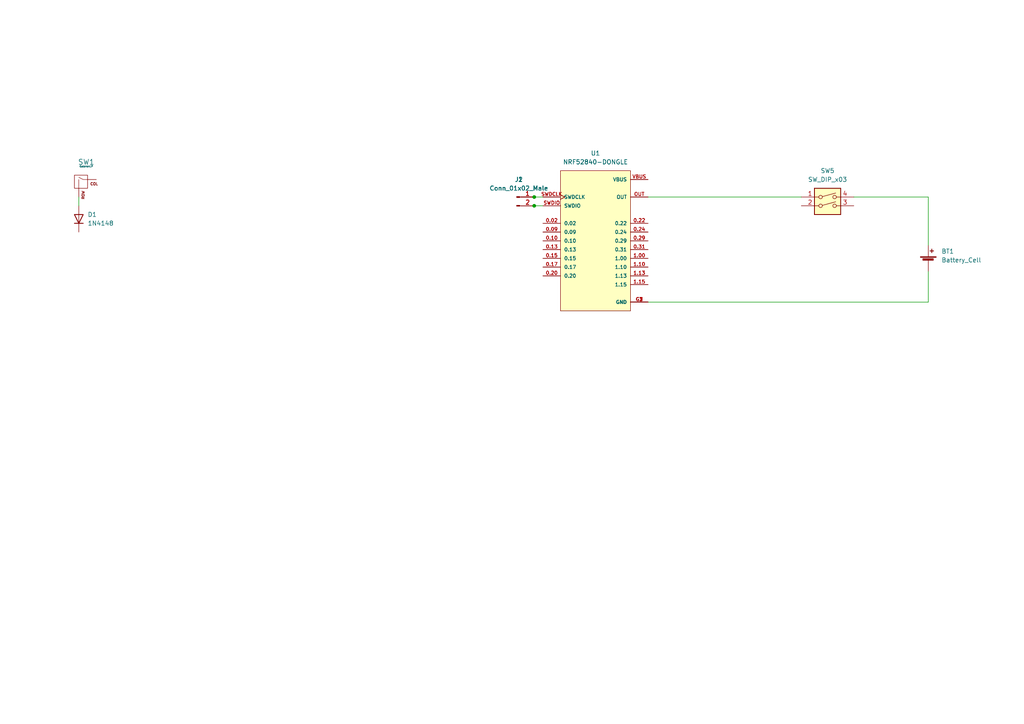
<source format=kicad_sch>
(kicad_sch (version 20211123) (generator eeschema)
  (paper "A4")
  (lib_symbols
    (symbol "Connector:Conn_01x02_Male" (pin_names (offset 1.016) hide)
      (property "Reference" "J" (at 0 2.54 0))
      (property "Value" "Conn_01x02_Male" (at 0 -5.08 0))
      (symbol "Conn_01x02_Male_1_1"
        (polyline (pts (xy 1.27 -2.54) (xy 0.8636 -2.54)) (stroke (width 0.1524)))
        (polyline (pts (xy 1.27 0) (xy 0.8636 0)) (stroke (width 0.1524)))
        (rectangle (start 0.8636 -2.413) (end 0 -2.667) (stroke (width 0.1524)) (fill (type outline)))
        (rectangle (start 0.8636 0.127) (end 0 -0.127) (stroke (width 0.1524)) (fill (type outline)))
        (pin passive line (at 5.08 0 180) (length 3.81) (name "Pin_1") (number "1"))
        (pin passive line (at 5.08 -2.54 180) (length 3.81) (name "Pin_2") (number "2"))
      )
    )
    (symbol "Device:Battery_Cell" (pin_numbers hide) (pin_names (offset 0) hide)
      (property "Reference" "BT" (at 2.54 2.54 0))
      (property "Value" "Battery_Cell" (at 2.54 0 0))
      (symbol "Battery_Cell_0_1"
        (rectangle (start -2.286 1.778) (end 2.286 1.524) (fill (type outline)))
        (rectangle (start -1.5748 1.1938) (end 1.4732 0.6858) (fill (type outline)))
        (polyline (pts (xy 0 0.762) (xy 0 0)))
        (polyline (pts (xy 0 1.778) (xy 0 2.54)))
        (polyline (pts (xy 0.508 3.429) (xy 1.524 3.429)) (stroke (width 0.254)))
        (polyline (pts (xy 1.016 3.937) (xy 1.016 2.921)) (stroke (width 0.254)))
      )
      (symbol "Battery_Cell_1_1"
        (pin passive line (at 0 5.08 270) (length 2.54) (name "+") (number "1"))
        (pin passive line (at 0 -2.54 90) (length 2.54) (name "-") (number "2"))
      )
    )
    (symbol "Diode:1N4148" (pin_numbers hide) (pin_names hide)
      (property "Reference" "D" (at 0 2.54 0))
      (property "Value" "1N4148" (at 0 -2.54 0))
      (symbol "1N4148_0_1"
        (polyline (pts (xy -1.27 1.27) (xy -1.27 -1.27)) (stroke (width 0.254)))
        (polyline (pts (xy 1.27 0) (xy -1.27 0)))
        (polyline (pts (xy 1.27 1.27) (xy 1.27 -1.27) (xy -1.27 0) (xy 1.27 1.27)) (stroke (width 0.254)))
      )
      (symbol "1N4148_1_1"
        (pin passive line (at -3.81 0 0) (length 2.54) (name "K") (number "1"))
        (pin passive line (at 3.81 0 180) (length 2.54) (name "A") (number "2"))
      )
    )
    (symbol "NRF52840-DONGLE:NRF52840-DONGLE" (pin_names (offset 1.016))
      (property "Reference" "U" (at -10.16 21.082 0))
      (property "Value" "NRF52840-DONGLE" (at -10.16 -22.86 0))
      (symbol "NRF52840-DONGLE_0_0"
        (rectangle (start -10.16 -20.32) (end 10.16 20.32) (stroke (width 0.1524)) (fill (type background)))
        (pin bidirectional line (at -15.24 5.08 0) (length 5.08) (name "0.02") (number "0.02"))
        (pin bidirectional line (at -15.24 2.54 0) (length 5.08) (name "0.09") (number "0.09"))
        (pin bidirectional line (at -15.24 0 0) (length 5.08) (name "0.10") (number "0.10"))
        (pin bidirectional line (at -15.24 -2.54 0) (length 5.08) (name "0.13") (number "0.13"))
        (pin bidirectional line (at -15.24 -5.08 0) (length 5.08) (name "0.15") (number "0.15"))
        (pin bidirectional line (at -15.24 -7.62 0) (length 5.08) (name "0.17") (number "0.17"))
        (pin bidirectional line (at -15.24 -10.16 0) (length 5.08) (name "0.20") (number "0.20"))
        (pin bidirectional line (at 15.24 5.08 180) (length 5.08) (name "0.22") (number "0.22"))
        (pin bidirectional line (at 15.24 2.54 180) (length 5.08) (name "0.24") (number "0.24"))
        (pin bidirectional line (at 15.24 0 180) (length 5.08) (name "0.29") (number "0.29"))
        (pin bidirectional line (at 15.24 -2.54 180) (length 5.08) (name "0.31") (number "0.31"))
        (pin bidirectional line (at 15.24 -5.08 180) (length 5.08) (name "1.00") (number "1.00"))
        (pin bidirectional line (at 15.24 -7.62 180) (length 5.08) (name "1.10") (number "1.10"))
        (pin bidirectional line (at 15.24 -10.16 180) (length 5.08) (name "1.13") (number "1.13"))
        (pin bidirectional line (at 15.24 -12.7 180) (length 5.08) (name "1.15") (number "1.15"))
        (pin power_in line (at 15.24 -17.78 180) (length 5.08) (name "GND") (number "G1"))
        (pin power_in line (at 15.24 -17.78 180) (length 5.08) (name "GND") (number "G2"))
        (pin power_in line (at 15.24 -17.78 180) (length 5.08) (name "GND") (number "G3"))
        (pin output line (at 15.24 12.7 180) (length 5.08) (name "OUT") (number "OUT"))
        (pin input clock (at -15.24 12.7 0) (length 5.08) (name "SWDCLK") (number "SWDCLK"))
        (pin bidirectional line (at -15.24 10.16 0) (length 5.08) (name "SWDIO") (number "SWDIO"))
        (pin power_in line (at 15.24 17.78 180) (length 5.08) (name "VBUS") (number "VBUS"))
      )
    )
    (symbol "Switch:SW_DIP_x02" (pin_names (offset 0) hide)
      (property "Reference" "SW" (at 0 6.35 0))
      (property "Value" "SW_DIP_x02" (at 0 -3.81 0))
      (symbol "SW_DIP_x02_0_0"
        (circle (center -2.032 0) (radius 0.508))
        (circle (center -2.032 2.54) (radius 0.508))
        (polyline (pts (xy -1.524 0.127) (xy 2.3622 1.1684)))
        (polyline (pts (xy -1.524 2.667) (xy 2.3622 3.7084)))
        (circle (center 2.032 0) (radius 0.508))
        (circle (center 2.032 2.54) (radius 0.508))
      )
      (symbol "SW_DIP_x02_0_1"
        (rectangle (start -3.81 5.08) (end 3.81 -2.54) (stroke (width 0.254)) (fill (type background)))
      )
      (symbol "SW_DIP_x02_1_1"
        (pin passive line (at -7.62 2.54 0) (length 5.08) (name "~") (number "1"))
        (pin passive line (at -7.62 0 0) (length 5.08) (name "~") (number "2"))
        (pin passive line (at 7.62 0 180) (length 5.08) (name "~") (number "3"))
        (pin passive line (at 7.62 2.54 180) (length 5.08) (name "~") (number "4"))
      )
    )
    (symbol "gateronLowProfile:GateronLP" (pin_names (offset 1.016))
      (property "Reference" "SW" (at -0.635 3.81 0))
      (property "Value" "GateronLP" (at -0.635 1.27 0))
      (symbol "GateronLP_0_0"
        (rectangle (start -2.54 2.54) (end 1.27 -1.27))
        (polyline (pts (xy -1.27 -1.27) (xy -1.27 1.27)) (stroke (width 0.127)))
        (polyline (pts (xy 1.27 1.27) (xy 0 1.27) (xy -1.27 1.905)) (stroke (width 0.127)))
        (text "COL" (at 3.175 0 0) (effects (font (size 0.762 0.762))))
        (text "ROW" (at 0 -1.905 900) (effects (font (size 0.762 0.762)) (justify right)))
      )
      (symbol "GateronLP_1_1"
        (pin passive line (at 3.81 1.27 180) (length 2.54) (name "COL") (number "1"))
        (pin passive line (at -1.27 -3.81 90) (length 2.54) (name "ROW") (number "2"))
      )
    )
  )
  (junction (at 154.94 59.69))
  (junction (at 154.94 57.15))
  (wire (pts (xy 269.24 57.15) (xy 269.24 71.12)))
  (wire (pts (xy 269.24 87.63) (xy 269.24 78.74)))
  (wire (pts (xy 154.94 57.15) (xy 157.48 57.15)))
  (wire (pts (xy 187.96 57.15) (xy 232.41 57.15)))
  (wire (pts (xy 154.94 59.69) (xy 157.48 59.69)))
  (wire (pts (xy 187.96 87.63) (xy 269.24 87.63)))
  (wire (pts (xy 22.86 57.15) (xy 22.86 59.69)))
  (wire (pts (xy 247.65 57.15) (xy 269.24 57.15)))
  (symbol (lib_id "Connector:Conn_01x02_Male") (at 149.86 57.15 0) (unit 1)
    (property "Reference" "J1" (at 150.495 52.07 0))
    (property "Value" "Conn_01x02_Male" (at 150.495 54.61 0))
    (property "Footprint" "Connector_PinHeader_2.54mm:PinHeader_1x02_P2.54mm_Vertical" (effects hide))
  )
  (symbol (lib_id "gateronLowProfile:GateronLP") (at 24.13 53.34 0) (unit 1)
    (property "Reference" "SW1" (at 25.0156 46.99 0) (effects (font (size 1.524 1.524))))
    (property "Value" "GateronLP" (at 25.0156 48.26 0) (effects (font (size 0.508 0.508))))
    (property "Footprint" "Button_Switch_Keyboard:SW_Cherry_MX_1.00u_PCB" (effects hide))
  )
  (symbol (lib_id "Device:Battery_Cell") (at 269.24 76.2 0) (unit 1)
    (property "Reference" "BT1" (at 273.05 72.8979 0) (effects (justify left)))
    (property "Value" "Battery_Cell" (at 273.05 75.4379 0) (effects (justify left)))
    (property "Footprint" "Battery:Battery_Panasonic_CR2032-VS1N_Vertical_CircularHoles" (effects hide))
  )
  (symbol (lib_id "Connector:Conn_01x02_Male") (at 149.86 57.15 0) (unit 1)
    (property "Reference" "J2" (at 150.495 52.07 0))
    (property "Value" "Conn_01x02_Male" (at 150.495 54.61 0))
    (property "Footprint" "Connector_PinHeader_2.54mm:PinHeader_1x02_P2.54mm_Vertical" (effects hide))
  )
  (symbol (lib_id "Diode:1N4148") (at 22.86 63.5 90) (unit 1)
    (property "Reference" "D1" (at 25.4 62.2299 90) (effects (justify right)))
    (property "Value" "1N4148" (at 25.4 64.7699 90) (effects (justify right)))
    (property "Footprint" "Diode_THT:D_DO-35_SOD27_P7.62mm_Horizontal" (effects hide))
    (property "Datasheet" "https://assets.nexperia.com/documents/data-sheet/1N4148_1N4448.pdf" (effects hide))
  )
  (symbol (lib_id "NRF52840-DONGLE:NRF52840-DONGLE") (at 172.72 69.85 0) (unit 1)
    (property "Reference" "U1" (at 172.72 44.45 0))
    (property "Value" "NRF52840-DONGLE" (at 172.72 46.99 0))
    (property "Footprint" "NRF52840-DONGLE:MODULE_NRF52840-DONGLE" (effects hide))
    (property "MAXIMUM_PACKAGE_HEIGHT" "N/A" (effects hide))
    (property "MANUFACTURER" "Nordic semiconductor" (effects hide))
    (property "PARTREV" "1.1" (effects hide))
    (property "STANDARD" "Manufacturer Recommendations" (effects hide))
  )
  (symbol (lib_id "Switch:SW_DIP_x02") (at 240.03 59.69 0) (unit 1)
    (property "Reference" "SW5" (at 240.03 49.53 0))
    (property "Value" "SW_DIP_x03" (at 240.03 52.07 0))
    (property "Footprint" "Button_Switch_THT:SW_DIP_SPSTx02_Slide_6.7x6.64mm_W7.62mm_P2.54mm_LowProfile" (effects hide))
  )
)
</source>
